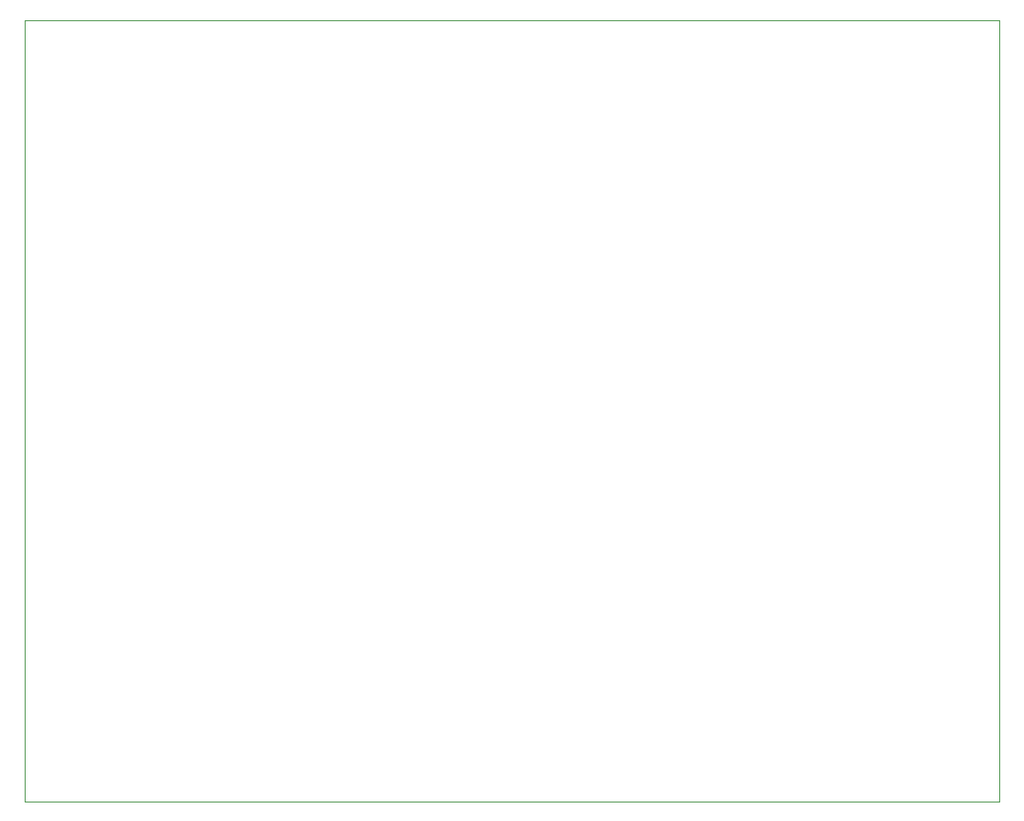
<source format=gbr>
%TF.GenerationSoftware,KiCad,Pcbnew,9.0.1*%
%TF.CreationDate,2025-04-28T19:38:50-07:00*%
%TF.ProjectId,rev0A,72657630-412e-46b6-9963-61645f706362,rev?*%
%TF.SameCoordinates,Original*%
%TF.FileFunction,Profile,NP*%
%FSLAX46Y46*%
G04 Gerber Fmt 4.6, Leading zero omitted, Abs format (unit mm)*
G04 Created by KiCad (PCBNEW 9.0.1) date 2025-04-28 19:38:50*
%MOMM*%
%LPD*%
G01*
G04 APERTURE LIST*
%TA.AperFunction,Profile*%
%ADD10C,0.050000*%
%TD*%
G04 APERTURE END LIST*
D10*
X105280000Y-61500000D02*
X198780000Y-61500000D01*
X198780000Y-136500000D01*
X105280000Y-136500000D01*
X105280000Y-61500000D01*
M02*

</source>
